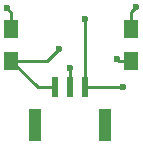
<source format=gtl>
G04 #@! TF.FileFunction,Copper,L1,Top,Signal*
%FSLAX46Y46*%
G04 Gerber Fmt 4.6, Leading zero omitted, Abs format (unit mm)*
G04 Created by KiCad (PCBNEW 4.0.7) date 02/01/19 22:39:00*
%MOMM*%
%LPD*%
G01*
G04 APERTURE LIST*
%ADD10C,0.100000*%
%ADD11R,0.600000X1.800000*%
%ADD12R,1.000000X2.800000*%
%ADD13R,1.300000X1.500000*%
%ADD14C,0.600000*%
%ADD15C,0.250000*%
G04 APERTURE END LIST*
D10*
D11*
X166288400Y-120421600D03*
X167538400Y-120421600D03*
X168788400Y-120421600D03*
D12*
X170538400Y-123621600D03*
X164538400Y-123621600D03*
D13*
X162560000Y-118190000D03*
X162560000Y-115490000D03*
X172720000Y-115490000D03*
X172720000Y-118190000D03*
D14*
X172059600Y-120396000D03*
X168808400Y-114655600D03*
X162204400Y-113741200D03*
X173126400Y-113639600D03*
X166624000Y-117144800D03*
X167538400Y-118770400D03*
X171551600Y-118008400D03*
D15*
X168788400Y-120421600D02*
X172034000Y-120421600D01*
X172034000Y-120421600D02*
X172059600Y-120396000D01*
X168788400Y-120421600D02*
X168788400Y-114675600D01*
X168788400Y-114675600D02*
X168808400Y-114655600D01*
X162560000Y-114096800D02*
X162560000Y-115490000D01*
X162204400Y-113741200D02*
X162560000Y-114096800D01*
X172720000Y-114046000D02*
X172720000Y-115490000D01*
X173126400Y-113639600D02*
X172720000Y-114046000D01*
X162560000Y-118190000D02*
X165578800Y-118190000D01*
X165578800Y-118190000D02*
X166624000Y-117144800D01*
X166288400Y-120421600D02*
X164791600Y-120421600D01*
X164791600Y-120421600D02*
X162560000Y-118190000D01*
X167538400Y-120421600D02*
X167538400Y-118770400D01*
X171551600Y-118008400D02*
X171733200Y-118190000D01*
X171733200Y-118190000D02*
X172720000Y-118190000D01*
M02*

</source>
